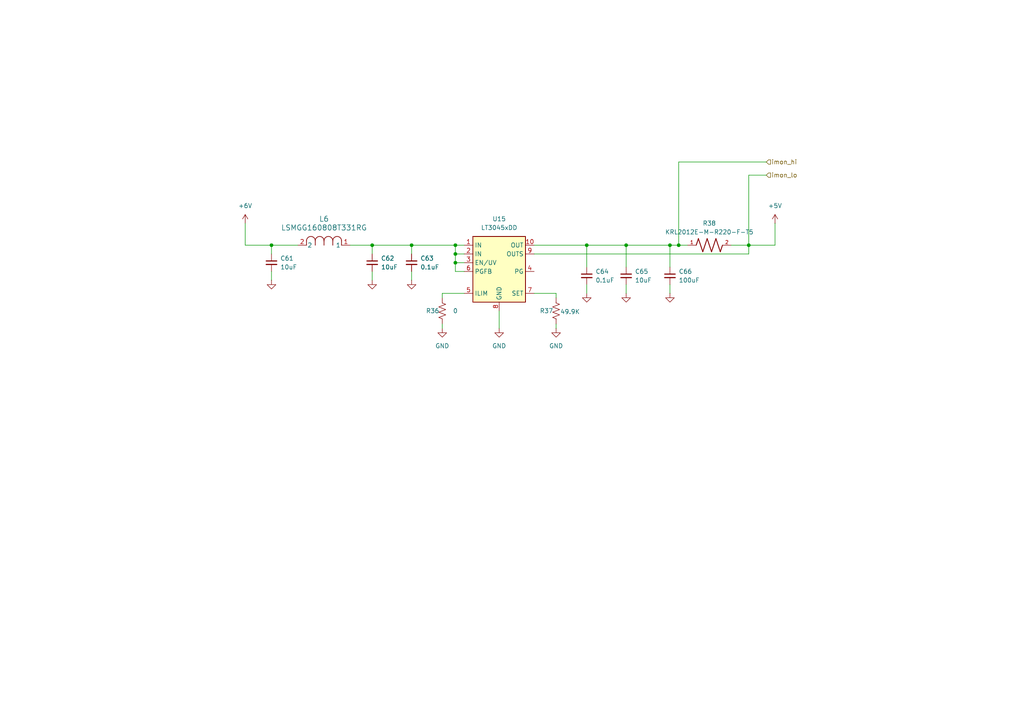
<source format=kicad_sch>
(kicad_sch (version 20250114) (generator "eeschema") (generator_version "9.0")
  (paper "A4")
  (lib_symbols
    (symbol "Device:C_Small" (pin_numbers (hide yes)) (pin_names (offset 0.254) (hide yes))
      (property "Reference" "C" (at 0.254 1.778 0))
      (property "Value" "C_Small" (at 0.254 -2.032 0))
      (symbol "C_Small_0_1"
        (polyline (pts (xy -1.524 0.508) (xy 1.524 0.508)) (stroke (width 0.3048)))
        (polyline (pts (xy -1.524 -0.508) (xy 1.524 -0.508)) (stroke (width 0.3302)))
      )
      (symbol "C_Small_1_1"
        (pin passive line (at 0 2.54 270) (length 2.032) (name "~") (number "1"))
        (pin passive line (at 0 -2.54 90) (length 2.032) (name "~") (number "2"))
      )
    )
    (symbol "Device:R_US" (pin_numbers (hide yes)) (pin_names (offset 0))
      (property "Reference" "R" (at 2.54 0 90))
      (property "Value" "R_US" (at -2.54 0 90))
      (symbol "R_US_0_1"
        (polyline (pts (xy 0 2.286) (xy 0 2.54)))
        (polyline (pts (xy 0 2.286) (xy 1.016 1.905) (xy 0 1.524) (xy -1.016 1.143) (xy 0 0.762)))
        (polyline (pts (xy 0 0.762) (xy 1.016 0.381) (xy 0 0) (xy -1.016 -0.381) (xy 0 -0.762)))
        (polyline (pts (xy 0 -0.762) (xy 1.016 -1.143) (xy 0 -1.524) (xy -1.016 -1.905) (xy 0 -2.286)))
        (polyline (pts (xy 0 -2.286) (xy 0 -2.54)))
      )
      (symbol "R_US_1_1"
        (pin passive line (at 0 3.81 270) (length 1.27) (name "~") (number "1"))
        (pin passive line (at 0 -3.81 90) (length 1.27) (name "~") (number "2"))
      )
    )
    (symbol "power:+5V" (power) (pin_numbers (hide yes)) (pin_names (offset 0) (hide yes))
      (property "Value" "+5V" (at 0 3.556 0))
      (symbol "+5V_0_1"
        (polyline (pts (xy -0.762 1.27) (xy 0 2.54)))
        (polyline (pts (xy 0 2.54) (xy 0.762 1.27)))
        (polyline (pts (xy 0 0) (xy 0 2.54)))
      )
      (symbol "+5V_1_1"
        (pin power_in line (at 0 0 90) (length 0) (name "~") (number "1"))
      )
    )
    (symbol "power:+6V" (power) (pin_numbers (hide yes)) (pin_names (offset 0) (hide yes))
      (property "Value" "+6V" (at 0 3.556 0))
      (symbol "+6V_0_1"
        (polyline (pts (xy -0.762 1.27) (xy 0 2.54)))
        (polyline (pts (xy 0 2.54) (xy 0.762 1.27)))
        (polyline (pts (xy 0 0) (xy 0 2.54)))
      )
      (symbol "+6V_1_1"
        (pin power_in line (at 0 0 90) (length 0) (name "~") (number "1"))
      )
    )
    (symbol "power:GND" (power) (pin_numbers (hide yes)) (pin_names (offset 0) (hide yes))
      (property "Value" "GND" (at 0 -3.81 0))
      (symbol "GND_0_1"
        (polyline (pts (xy 0 0) (xy 0 -1.27) (xy 1.27 -1.27) (xy 0 -2.54) (xy -1.27 -1.27) (xy 0 -1.27)))
      )
      (symbol "GND_1_1"
        (pin power_in line (at 0 0 270) (length 0) (name "~") (number "1"))
      )
    )
    (symbol "psc:KRL2012E-M-R220-F-T5" (pin_names (offset 1.016))
      (property "Reference" "R" (at -7.6244 2.5415 0))
      (property "Value" "KRL2012E-M-R220-F-T5" (at -10.414 -4.826 0))
      (symbol "KRL2012E-M-R220-F-T5_0_0"
        (polyline (pts (xy -5.08 0) (xy -4.445 1.905)) (stroke (width 0.254)))
        (polyline (pts (xy -4.445 1.905) (xy -3.175 -1.905)) (stroke (width 0.254)))
        (polyline (pts (xy -3.175 -1.905) (xy -1.905 1.905)) (stroke (width 0.254)))
        (polyline (pts (xy -1.905 1.905) (xy -0.635 -1.905)) (stroke (width 0.254)))
        (polyline (pts (xy -0.635 -1.905) (xy 0.635 1.905)) (stroke (width 0.254)))
        (polyline (pts (xy 0.635 1.905) (xy 1.905 -1.905)) (stroke (width 0.254)))
        (polyline (pts (xy 1.905 -1.905) (xy 2.54 0)) (stroke (width 0.254)))
      )
      (symbol "KRL2012E-M-R220-F-T5_1_0"
        (pin passive line (at -7.62 0 0) (length 2.54) (name "~") (number "1"))
        (pin passive line (at 5.08 0 180) (length 2.54) (name "~") (number "2"))
      )
    )
    (symbol "psc:LSMGG160808T331RG" (pin_names (offset 0.254))
      (property "Reference" "L" (at 6.985 5.08 0))
      (property "Value" "LSMGG160808T331RG" (at 6.985 -2.54 0))
      (symbol "LSMGG160808T331RG_1_1"
        (polyline (pts (xy 2.54 0) (xy 2.54 1.27)) (stroke (width 0.2032)))
        (arc (start 2.54 1.27) (mid 3.81 2.5344) (end 5.08 1.27) (stroke (width 0.2032)))
        (polyline (pts (xy 5.08 0) (xy 5.08 1.27)) (stroke (width 0.2032)))
        (arc (start 5.08 1.27) (mid 6.35 2.5344) (end 7.62 1.27) (stroke (width 0.2032)))
        (polyline (pts (xy 7.62 0) (xy 7.62 1.27)) (stroke (width 0.2032)))
        (arc (start 7.62 1.27) (mid 8.89 2.5344) (end 10.16 1.27) (stroke (width 0.2032)))
        (polyline (pts (xy 10.16 0) (xy 10.16 1.27)) (stroke (width 0.2032)))
        (arc (start 10.16 1.27) (mid 11.43 2.5344) (end 12.7 1.27) (stroke (width 0.2032)))
        (polyline (pts (xy 12.7 0) (xy 12.7 1.27)) (stroke (width 0.2032)))
        (pin unspecified line (at 0 0 0) (length 2.54) (name "2") (number "2"))
        (pin unspecified line (at 15.24 0 180) (length 2.54) (name "1") (number "1"))
      )
      (symbol "LSMGG160808T331RG_1_2"
        (arc (start -1.27 10.16) (mid -2.5344 11.43) (end -1.27 12.7) (stroke (width 0.2032)))
        (arc (start -1.27 7.62) (mid -2.5344 8.89) (end -1.27 10.16) (stroke (width 0.2032)))
        (arc (start -1.27 5.08) (mid -2.5344 6.35) (end -1.27 7.62) (stroke (width 0.2032)))
        (arc (start -1.27 2.54) (mid -2.5344 3.81) (end -1.27 5.08) (stroke (width 0.2032)))
        (polyline (pts (xy 0 12.7) (xy -1.27 12.7)) (stroke (width 0.2032)))
        (polyline (pts (xy 0 10.16) (xy -1.27 10.16)) (stroke (width 0.2032)))
        (polyline (pts (xy 0 7.62) (xy -1.27 7.62)) (stroke (width 0.2032)))
        (polyline (pts (xy 0 5.08) (xy -1.27 5.08)) (stroke (width 0.2032)))
        (polyline (pts (xy 0 2.54) (xy -1.27 2.54)) (stroke (width 0.2032)))
        (pin unspecified line (at 0 15.24 270) (length 2.54) (name "1") (number "1"))
        (pin unspecified line (at 0 0 90) (length 2.54) (name "2") (number "2"))
      )
    )
    (symbol "psc:LT3045xDD"
      (property "Reference" "U" (at -6.35 6.35 0))
      (property "Value" "LT3045xDD" (at 1.27 6.35 0))
      (symbol "LT3045xDD_0_1"
        (rectangle (start -7.62 5.08) (end 7.62 -13.97) (stroke (width 0.254)) (fill (type background)))
      )
      (symbol "LT3045xDD_1_1"
        (pin power_in line (at -10.16 2.54 0) (length 2.54) (name "IN") (number "1"))
        (pin passive line (at -10.16 2.54 0) (length 2.54) (hide yes) (name "IN") (number "2"))
        (pin power_in line (at -10.16 0 0) (length 2.54) (name "IN") (number "2"))
        (pin input line (at -10.16 -2.54 0) (length 2.54) (name "EN/UV") (number "3"))
        (pin input line (at -10.16 -5.08 0) (length 2.54) (name "PGFB") (number "6"))
        (pin passive line (at -10.16 -11.43 0) (length 2.54) (name "ILIM") (number "5"))
        (pin passive line (at 0 -16.51 90) (length 2.54) (hide yes) (name "GND") (number "11"))
        (pin power_in line (at 0 -16.51 90) (length 2.54) (name "GND") (number "8"))
        (pin power_out line (at 10.16 2.54 180) (length 2.54) (name "OUT") (number "10"))
        (pin input line (at 10.16 0 180) (length 2.54) (name "OUTS") (number "9"))
        (pin open_collector line (at 10.16 -5.08 180) (length 2.54) (name "PG") (number "4"))
        (pin passive line (at 10.16 -11.43 180) (length 2.54) (name "SET") (number "7"))
      )
    )
  )
  (junction (at 132.08 76.2))
  (junction (at 194.31 71.12))
  (junction (at 196.85 71.12))
  (junction (at 119.38 71.12))
  (junction (at 132.08 73.66))
  (junction (at 107.95 71.12))
  (junction (at 217.17 71.12))
  (junction (at 78.74 71.12))
  (junction (at 170.18 71.12))
  (junction (at 132.08 71.12))
  (junction (at 181.61 71.12))
  (wire (pts (xy 119.38 71.12) (xy 132.08 71.12)))
  (wire (pts (xy 154.94 71.12) (xy 170.18 71.12)))
  (wire (pts (xy 132.08 78.74) (xy 132.08 76.2)))
  (wire (pts (xy 154.94 85.09) (xy 161.29 85.09)))
  (wire (pts (xy 181.61 85.09) (xy 181.61 82.55)))
  (wire (pts (xy 181.61 71.12) (xy 194.31 71.12)))
  (wire (pts (xy 71.12 64.77) (xy 71.12 71.12)))
  (wire (pts (xy 128.27 95.25) (xy 128.27 93.98)))
  (wire (pts (xy 170.18 71.12) (xy 170.18 77.47)))
  (wire (pts (xy 101.6 71.12) (xy 107.95 71.12)))
  (wire (pts (xy 217.17 50.8) (xy 217.17 71.12)))
  (wire (pts (xy 194.31 71.12) (xy 194.31 77.47)))
  (wire (pts (xy 71.12 71.12) (xy 78.74 71.12)))
  (wire (pts (xy 217.17 71.12) (xy 212.09 71.12)))
  (wire (pts (xy 134.62 76.2) (xy 132.08 76.2)))
  (wire (pts (xy 196.85 71.12) (xy 199.39 71.12)))
  (wire (pts (xy 119.38 81.28) (xy 119.38 78.74)))
  (wire (pts (xy 78.74 81.28) (xy 78.74 78.74)))
  (wire (pts (xy 107.95 81.28) (xy 107.95 78.74)))
  (wire (pts (xy 132.08 71.12) (xy 134.62 71.12)))
  (wire (pts (xy 128.27 85.09) (xy 128.27 86.36)))
  (wire (pts (xy 217.17 73.66) (xy 217.17 71.12)))
  (wire (pts (xy 107.95 71.12) (xy 119.38 71.12)))
  (wire (pts (xy 196.85 46.99) (xy 196.85 71.12)))
  (wire (pts (xy 194.31 71.12) (xy 196.85 71.12)))
  (wire (pts (xy 181.61 71.12) (xy 181.61 77.47)))
  (wire (pts (xy 154.94 73.66) (xy 217.17 73.66)))
  (wire (pts (xy 161.29 95.25) (xy 161.29 93.98)))
  (wire (pts (xy 217.17 71.12) (xy 224.79 71.12)))
  (wire (pts (xy 107.95 71.12) (xy 107.95 73.66)))
  (wire (pts (xy 144.78 90.17) (xy 144.78 95.25)))
  (wire (pts (xy 161.29 86.36) (xy 161.29 85.09)))
  (wire (pts (xy 134.62 73.66) (xy 132.08 73.66)))
  (wire (pts (xy 119.38 73.66) (xy 119.38 71.12)))
  (wire (pts (xy 170.18 71.12) (xy 181.61 71.12)))
  (wire (pts (xy 224.79 64.77) (xy 224.79 71.12)))
  (wire (pts (xy 78.74 71.12) (xy 78.74 73.66)))
  (wire (pts (xy 132.08 76.2) (xy 132.08 73.66)))
  (wire (pts (xy 132.08 73.66) (xy 132.08 71.12)))
  (wire (pts (xy 134.62 78.74) (xy 132.08 78.74)))
  (wire (pts (xy 222.25 46.99) (xy 196.85 46.99)))
  (wire (pts (xy 194.31 85.09) (xy 194.31 82.55)))
  (wire (pts (xy 78.74 71.12) (xy 86.36 71.12)))
  (wire (pts (xy 170.18 85.09) (xy 170.18 82.55)))
  (wire (pts (xy 134.62 85.09) (xy 128.27 85.09)))
  (wire (pts (xy 222.25 50.8) (xy 217.17 50.8)))
  (hierarchical_label "imon_hi" (shape input) (at 222.25 46.99 0))
  (hierarchical_label "imon_lo" (shape input) (at 222.25 50.8 0))
  (symbol (lib_id "psc:LT3045xDD") (at 144.78 73.66 0) (unit 1)
    (property "Reference" "U15" (at 144.78 63.5 0))
    (property "Value" "LT3045xDD" (at 144.78 66.04 0))
    (property "Footprint" "Package_DFN_QFN:DFN-10-1EP_3x3mm_P0.5mm_EP1.65x2.38mm" (effects (hide yes)))
    (property "Datasheet" "https://www.analog.com/media/en/technical-documentation/data-sheets/3045fa.pdf" (effects (hide yes)))
    (property "Description" "500mA, Adjustable, Ultralow Noise, Ultrahigh PSRR Linear Regulator, DFN-10" (effects (hide yes)))
  )
  (symbol (lib_id "power:GND") (at 194.31 85.09 0) (unit 1)
    (property "Reference" "#PWR0147" (effects (hide yes)))
    (property "Value" "GND" (effects (hide yes)))
    (property "Description" "Power symbol creates a global label with name \"GND\" , ground" (effects (hide yes)))
  )
  (symbol (lib_id "power:GND") (at 170.18 85.09 0) (unit 1)
    (property "Reference" "#PWR0145" (effects (hide yes)))
    (property "Value" "GND" (effects (hide yes)))
    (property "Description" "Power symbol creates a global label with name \"GND\" , ground" (effects (hide yes)))
  )
  (symbol (lib_id "power:GND") (at 161.29 95.25 0) (unit 1)
    (property "Reference" "#PWR0144" (effects (hide yes)))
    (property "Value" "GND" (at 161.29 100.33 0))
    (property "Description" "Power symbol creates a global label with name \"GND\" , ground" (effects (hide yes)))
  )
  (symbol (lib_id "Device:R_US") (at 128.27 90.17 0) (unit 1)
    (property "Reference" "R36" (at 125.476 90.17 0))
    (property "Value" "0" (at 132.08 90.17 0))
    (property "Footprint" "Resistor_SMD:R_0402_1005Metric" (effects (hide yes)))
    (property "Description" "Resistor, US symbol" (effects (hide yes)))
    (property "Tolerance" "1%" (effects (hide yes)))
  )
  (symbol (lib_id "Device:C_Small") (at 170.18 80.01 0) (unit 1)
    (property "Reference" "C64" (at 172.72 78.7462 0) (effects (justify left)))
    (property "Value" "0.1uF" (at 172.72 81.2862 0) (effects (justify left)))
    (property "Footprint" "Capacitor_SMD:C_0402_1005Metric" (effects (hide yes)))
    (property "Description" "Unpolarized capacitor, small symbol" (effects (hide yes)))
  )
  (symbol (lib_id "Device:C_Small") (at 78.74 76.2 0) (unit 1)
    (property "Reference" "C61" (at 81.28 74.9362 0) (effects (justify left)))
    (property "Value" "10uF" (at 81.28 77.4762 0) (effects (justify left)))
    (property "Footprint" "Capacitor_SMD:C_0603_1608Metric" (effects (hide yes)))
    (property "Description" "Unpolarized capacitor, small symbol" (effects (hide yes)))
    (property "Voltage" "25V" (effects (hide yes)))
  )
  (symbol (lib_id "Device:C_Small") (at 181.61 80.01 0) (unit 1)
    (property "Reference" "C65" (at 184.15 78.7462 0) (effects (justify left)))
    (property "Value" "10uF" (at 184.15 81.2862 0) (effects (justify left)))
    (property "Footprint" "Capacitor_SMD:C_0603_1608Metric" (effects (hide yes)))
    (property "Description" "Unpolarized capacitor, small symbol" (effects (hide yes)))
    (property "Voltage" "25V" (effects (hide yes)))
  )
  (symbol (lib_id "Device:C_Small") (at 107.95 76.2 0) (unit 1)
    (property "Reference" "C62" (at 110.49 74.9362 0) (effects (justify left)))
    (property "Value" "10uF" (at 110.49 77.4762 0) (effects (justify left)))
    (property "Footprint" "Capacitor_SMD:C_0603_1608Metric" (effects (hide yes)))
    (property "Description" "Unpolarized capacitor, small symbol" (effects (hide yes)))
    (property "Voltage" "25V" (effects (hide yes)))
  )
  (symbol (lib_id "power:GND") (at 128.27 95.25 0) (unit 1)
    (property "Reference" "#PWR0142" (effects (hide yes)))
    (property "Value" "GND" (at 128.27 100.33 0))
    (property "Description" "Power symbol creates a global label with name \"GND\" , ground" (effects (hide yes)))
  )
  (symbol (lib_id "power:GND") (at 181.61 85.09 0) (unit 1)
    (property "Reference" "#PWR0146" (effects (hide yes)))
    (property "Value" "GND" (effects (hide yes)))
    (property "Description" "Power symbol creates a global label with name \"GND\" , ground" (effects (hide yes)))
  )
  (symbol (lib_id "psc:LSMGG160808T331RG") (at 86.36 71.12 0) (unit 1)
    (property "Reference" "L6" (at 93.98 63.5 0) (effects (font (size 1.524 1.524))))
    (property "Value" "LSMGG160808T331RG" (at 93.98 66.04 0) (effects (font (size 1.524 1.524))))
    (property "Footprint" "myparts:IND_LSMG_160808_TAY" (effects (hide yes)))
    (property "Datasheet" "LSMGG160808T331RG" (effects (hide yes)))
  )
  (symbol (lib_id "power:GND") (at 119.38 81.28 0) (unit 1)
    (property "Reference" "#PWR0141" (effects (hide yes)))
    (property "Value" "GND" (effects (hide yes)))
    (property "Description" "Power symbol creates a global label with name \"GND\" , ground" (effects (hide yes)))
  )
  (symbol (lib_id "Device:R_US") (at 161.29 90.17 0) (unit 1)
    (property "Reference" "R37" (at 158.496 90.17 0))
    (property "Value" "49.9K" (at 165.354 90.424 0))
    (property "Footprint" "Resistor_SMD:R_0402_1005Metric" (effects (hide yes)))
    (property "Description" "Resistor, US symbol" (effects (hide yes)))
    (property "Tolerance" "1%" (effects (hide yes)))
  )
  (symbol (lib_id "power:GND") (at 107.95 81.28 0) (unit 1)
    (property "Reference" "#PWR0140" (effects (hide yes)))
    (property "Value" "GND" (effects (hide yes)))
    (property "Description" "Power symbol creates a global label with name \"GND\" , ground" (effects (hide yes)))
  )
  (symbol (lib_id "power:GND") (at 144.78 95.25 0) (unit 1)
    (property "Reference" "#PWR0143" (effects (hide yes)))
    (property "Value" "GND" (at 144.78 100.33 0))
    (property "Description" "Power symbol creates a global label with name \"GND\" , ground" (effects (hide yes)))
  )
  (symbol (lib_id "power:+5V") (at 224.79 64.77 0) (unit 1)
    (property "Reference" "#PWR0148" (effects (hide yes)))
    (property "Value" "+5V" (at 224.79 59.69 0))
    (property "Description" "Power symbol creates a global label with name \"+5V\"" (effects (hide yes)))
  )
  (symbol (lib_id "Device:C_Small") (at 194.31 80.01 0) (unit 1)
    (property "Reference" "C66" (at 196.85 78.7462 0) (effects (justify left)))
    (property "Value" "100uF" (at 196.85 81.2862 0) (effects (justify left)))
    (property "Footprint" "Capacitor_SMD:C_1206_3216Metric" (effects (hide yes)))
    (property "Description" "Unpolarized capacitor, small symbol" (effects (hide yes)))
    (property "Voltage" "10V" (effects (hide yes)))
  )
  (symbol (lib_id "Device:C_Small") (at 119.38 76.2 0) (unit 1)
    (property "Reference" "C63" (at 121.92 74.9362 0) (effects (justify left)))
    (property "Value" "0.1uF" (at 121.92 77.4762 0) (effects (justify left)))
    (property "Footprint" "Capacitor_SMD:C_0402_1005Metric" (effects (hide yes)))
    (property "Description" "Unpolarized capacitor, small symbol" (effects (hide yes)))
  )
  (symbol (lib_id "power:+6V") (at 71.12 64.77 0) (unit 1)
    (property "Reference" "#PWR0138" (effects (hide yes)))
    (property "Value" "+6V" (at 71.12 59.69 0))
    (property "Description" "Power symbol creates a global label with name \"+6V\"" (effects (hide yes)))
  )
  (symbol (lib_id "power:GND") (at 78.74 81.28 0) (unit 1)
    (property "Reference" "#PWR0139" (effects (hide yes)))
    (property "Value" "GND" (effects (hide yes)))
    (property "Description" "Power symbol creates a global label with name \"GND\" , ground" (effects (hide yes)))
  )
  (symbol (lib_id "psc:KRL2012E-M-R220-F-T5") (at 207.01 71.12 0) (unit 1)
    (property "Reference" "R38" (at 205.74 64.77 0))
    (property "Value" "KRL2012E-M-R220-F-T5" (at 205.74 67.31 0))
    (property "Footprint" "myparts:RESC1220X70N" (effects (hide yes)))
  )
)
</source>
